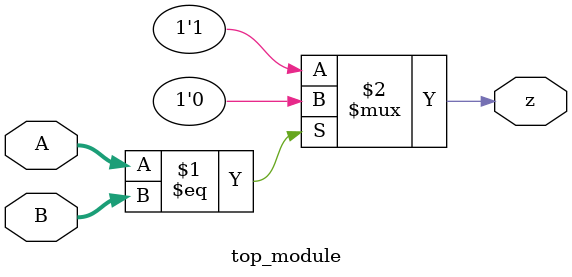
<source format=v>
module top_module ( input [1:0] A, input [1:0] B, output z ); 

    assign z = (A == B) ? 1'b0 : 1'b1;

endmodule

</source>
